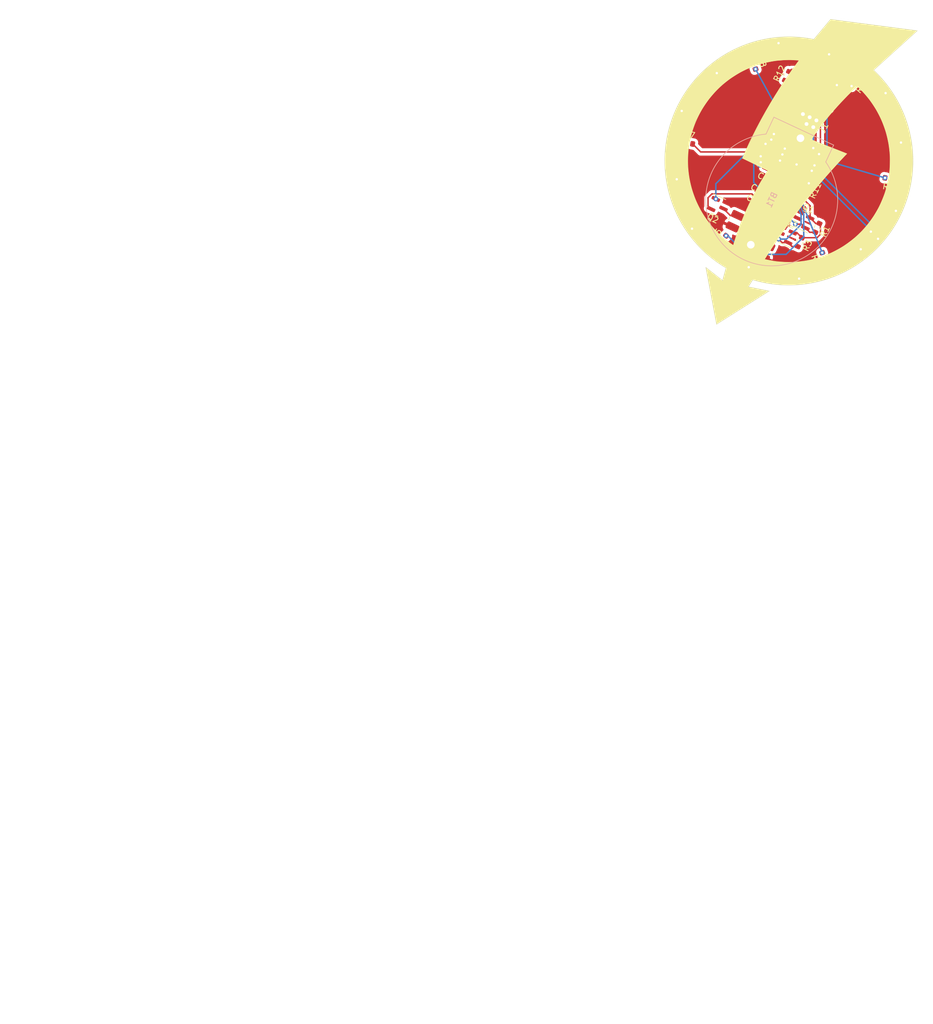
<source format=kicad_pcb>
(kicad_pcb (version 20241229) (generator "pcbnew") (generator_version "9.0")
  (layers (0 "F.Cu" signal) (2 "B.Cu" signal) (13 "F.Paste" user) (15 "B.Paste" user) (5 "F.SilkS" user "F.Silkscreen") (7 "B.SilkS" user "B.Silkscreen") (1 "F.Mask" user) (3 "B.Mask" user) (25 "Edge.Cuts" user))
  (net 0 "")
  (net 1 "GND")
  (net 2 "VCC")
  (net 3 "Net-(D1-BK)")
  (net 4 "Net-(D1-GK)")
  (net 5 "Net-(D1-RK)")
  (net 6 "/MPX2")
  (net 7 "Net-(D2-A)")
  (net 8 "/MPX1")
  (net 9 "Net-(D4-A)")
  (net 10 "Net-(D6-A)")
  (net 11 "Net-(D8-A)")
  (net 12 "Net-(D10-A)")
  (net 13 "Net-(D12-A)")
  (net 14 "/SWC")
  (net 15 "/nRST")
  (net 16 "/SWD")
  (net 17 "/B")
  (net 18 "/R")
  (net 19 "/G")
  (net 20 "/L1")
  (net 21 "/L2")
  (net 22 "/L3")
  (net 23 "/L4")
  (net 24 "/L5")
  (net 25 "/L6")
  (net 26 "Net-(U1-PB6{slash}PF4-BOOT0)")
  (net 27 "Net-(SW1A-A)")
  (footprint "Resistor_SMD:R_0603_1608Metric" (layer "F.Cu") (at 88.6317 47.363482 -10)
    (property "Reference" "R7" (at 0 -1.43 170) (layer "F.SilkS"))
    (property "Value" "1k")
    (pad "1" smd roundrect (at -0.825 0 350) (size 0.8 0.95) (layers "F.Cu" "F.Mask" "F.Paste") (net 11 "Net-(D8-A)"))
    (pad "2" smd roundrect (at 0.825 0 350) (size 0.8 0.95) (layers "F.Cu" "F.Mask" "F.Paste") (net 23 "/L4"))
  )
  (footprint "karifa:ProgConnector_5pin" (layer "F.Cu") (at 110.518725 43.502189 -115)
    (property "Reference" "J1" (at 0.635 -1.695 65) (layer "F.SilkS"))
    (property "Value" "Conn_2Rows-05Pins")
    (pad "1" thru_hole rect (at 0 0 245) (size 1 1) (drill 0.65) (layers "*.Cu" "*.Mask") (net 14 "/SWC"))
    (pad "2" thru_hole oval (at 1.27 0 245) (size 1 1) (drill 0.65) (layers "*.Cu" "*.Mask") (net 16 "/SWD"))
    (pad "3" thru_hole oval (at 0 1.27 245) (size 1 1) (drill 0.65) (layers "*.Cu" "*.Mask") (net 1 "GND"))
    (pad "4" thru_hole oval (at 1.27 1.27 245) (size 1 1) (drill 0.65) (layers "*.Cu" "*.Mask") (net 2 "VCC"))
    (pad "5" thru_hole oval (at 0 2.54 245) (size 1 1) (drill 0.65) (layers "*.Cu" "*.Mask") (net 15 "/nRST"))
  )
  (footprint "Resistor_SMD:R_0603_1608Metric" (layer "F.Cu") (at 105.2576 45.1104 155)
    (property "Reference" "R2" (at 0.681763 1.47574 155) (layer "F.SilkS"))
    (property "Value" "100k")
    (pad "1" smd roundrect (at -0.825 0 155) (size 0.8 0.95) (layers "F.Cu" "F.Mask" "F.Paste") (net 2 "VCC"))
    (pad "2" smd roundrect (at 0.825 0 155) (size 0.8 0.95) (layers "F.Cu" "F.Mask" "F.Paste") (net 18 "/R"))
  )
  (footprint "Resistor_SMD:R_0603_1608Metric" (layer "F.Cu") (at 107.696 64.2112 -115)
    (property "Reference" "R3" (at 0 -1.43 65) (layer "F.SilkS"))
    (property "Value" "100k")
    (pad "1" smd roundrect (at -0.825 0 245) (size 0.8 0.95) (layers "F.Cu" "F.Mask" "F.Paste") (net 2 "VCC"))
    (pad "2" smd roundrect (at 0.825 0 245) (size 0.8 0.95) (layers "F.Cu" "F.Mask" "F.Paste") (net 19 "/G"))
  )
  (footprint "Resistor_SMD:R_0603_1608Metric" (layer "F.Cu") (at 110.678993 61.793385 -115)
    (property "Reference" "R1" (at 0 -1.43 65) (layer "F.SilkS"))
    (property "Value" "100k")
    (pad "1" smd roundrect (at -0.825 0 245) (size 0.8 0.95) (layers "F.Cu" "F.Mask" "F.Paste") (net 2 "VCC"))
    (pad "2" smd roundrect (at 0.825 0 245) (size 0.8 0.95) (layers "F.Cu" "F.Mask" "F.Paste") (net 17 "/B"))
  )
  (footprint "LED_SMD:LED_0805_2012Metric" (layer "F.Cu") (at 121.525284 39.39413 -145)
    (property "Reference" "D13" (at 0 -1.65 35) (layer "F.SilkS"))
    (property "Value" "LED")
    (pad "1" smd roundrect (at -0.9375 0 215) (size 0.975 1.4) (layers "F.Cu" "F.Mask" "F.Paste") (net 8 "/MPX1"))
    (pad "2" smd roundrect (at 0.9375 0 215) (size 0.975 1.4) (layers "F.Cu" "F.Mask" "F.Paste") (net 13 "Net-(D12-A)"))
  )
  (footprint "LED_SMD:LED_0805_2012Metric" (layer "F.Cu") (at 123.196655 58.498156 155)
    (property "Reference" "D3" (at 0 -1.65 155) (layer "F.SilkS"))
    (property "Value" "LED")
    (pad "1" smd roundrect (at -0.937501 0 155) (size 0.975 1.4) (layers "F.Cu" "F.Mask" "F.Paste") (net 8 "/MPX1"))
    (pad "2" smd roundrect (at 0.937501 0 155) (size 0.975 1.4) (layers "F.Cu" "F.Mask" "F.Paste") (net 7 "Net-(D2-A)"))
  )
  (footprint "LED_SMD:LED_0805_2012Metric" (layer "F.Cu") (at 88.436145 42.289044 -25)
    (property "Reference" "D9" (at 0 -1.65 155) (layer "F.SilkS"))
    (property "Value" "LED")
    (pad "1" smd roundrect (at -0.937501 0 335) (size 0.975 1.4) (layers "F.Cu" "F.Mask" "F.Paste") (net 8 "/MPX1"))
    (pad "2" smd roundrect (at 0.937501 0 335) (size 0.975 1.4) (layers "F.Cu" "F.Mask" "F.Paste") (net 11 "Net-(D8-A)"))
  )
  (footprint "LED_SMD:LED_0805_2012Metric" (layer "F.Cu") (at 97.711844 67.773855 65)
    (property "Reference" "D6" (at 0 -1.65 65) (layer "F.SilkS"))
    (property "Value" "LED")
    (pad "1" smd roundrect (at -0.937501 0 65) (size 0.975 1.4) (layers "F.Cu" "F.Mask" "F.Paste") (net 6 "/MPX2"))
    (pad "2" smd roundrect (at 0.937501 0 65) (size 0.975 1.4) (layers "F.Cu" "F.Mask" "F.Paste") (net 10 "Net-(D6-A)"))
  )
  (footprint "Inductor_SMD:L_1008_2520Metric" (layer "F.Cu") (at 101.9048 65.786 -115)
    (property "Reference" "L3" (at 2.685361 -0.131174 155) (layer "F.SilkS"))
    (property "Value" "L")
    (pad "1" smd roundrect (at -1.075 0 245) (size 1.25 2.2) (layers "F.Cu" "F.Mask" "F.Paste") (roundrect_rratio 0.2) (net 4 "Net-(D1-GK)"))
    (pad "2" smd roundrect (at 1.075 0 245) (size 1.25 2.2) (layers "F.Cu" "F.Mask" "F.Paste") (roundrect_rratio 0.2) (net 1 "GND"))
  )
  (footprint "karifa:SOT-23" (layer "F.Cu") (at 105.243664 63.0428 -25)
    (property "Reference" "Q3" (at 0 -2.3 155) (layer "F.SilkS"))
    (property "Value" "AO3401A")
    (pad "1" smd roundrect (at 0.9375 0.95 155) (size 1.475 0.6) (layers "F.Cu" "F.Mask" "F.Paste") (net 19 "/G"))
    (pad "2" smd roundrect (at 0.9375 -0.95 155) (size 1.475 0.6) (layers "F.Cu" "F.Mask" "F.Paste") (net 2 "VCC"))
    (pad "3" smd roundrect (at -0.937501 0 155) (size 1.475 0.6) (layers "F.Cu" "F.Mask" "F.Paste") (net 4 "Net-(D1-GK)"))
  )
  (footprint "LED_SMD:LED_0805_2012Metric" (layer "F.Cu") (at 124.920426 48.722204 -175)
    (property "Reference" "D2" (at 0 -1.65 5) (layer "F.SilkS"))
    (property "Value" "LED")
    (pad "1" smd roundrect (at -0.937503 0 185) (size 0.975 1.4) (layers "F.Cu" "F.Mask" "F.Paste") (net 6 "/MPX2"))
    (pad "2" smd roundrect (at 0.937503 0 185) (size 0.975 1.4) (layers "F.Cu" "F.Mask" "F.Paste") (net 7 "Net-(D2-A)"))
  )
  (footprint "Resistor_SMD:R_0603_1608Metric" (layer "F.Cu") (at 108.9152 54.9656 65)
    (property "Reference" "R11" (at 0.186768 1.482353 65) (layer "F.SilkS"))
    (property "Value" "100k")
    (pad "1" smd roundrect (at -0.825 0 65) (size 0.8 0.95) (layers "F.Cu" "F.Mask" "F.Paste") (net 1 "GND"))
    (pad "2" smd roundrect (at 0.825 0 65) (size 0.8 0.95) (layers "F.Cu" "F.Mask" "F.Paste") (net 26 "Net-(U1-PB6{slash}PF4-BOOT0)"))
  )
  (footprint "Resistor_SMD:R_0603_1608Metric" (layer "F.Cu") (at 117.029813 37.029279 -130)
    (property "Reference" "R9" (at -0.000001 -1.43 50) (layer "F.SilkS"))
    (property "Value" "1k")
    (pad "1" smd roundrect (at -0.825 0 230) (size 0.8 0.95) (layers "F.Cu" "F.Mask" "F.Paste") (net 13 "Net-(D12-A)"))
    (pad "2" smd roundrect (at 0.825 0 230) (size 0.8 0.95) (layers "F.Cu" "F.Mask" "F.Paste") (net 25 "/L6"))
  )
  (footprint "Resistor_SMD:R_0603_1608Metric" (layer "F.Cu") (at 111.784587 66.791053 110)
    (property "Reference" "R5" (at 0 -1.43 110) (layer "F.SilkS"))
    (property "Value" "1k")
    (pad "1" smd roundrect (at -0.825 0 110) (size 0.8 0.95) (layers "F.Cu" "F.Mask" "F.Paste") (net 9 "Net-(D4-A)"))
    (pad "2" smd roundrect (at 0.825 0 110) (size 0.8 0.95) (layers "F.Cu" "F.Mask" "F.Paste") (net 21 "/L2"))
  )
  (footprint "Resistor_SMD:R_0603_1608Metric" (layer "F.Cu") (at 105.5116 35.9664 -115)
    (property "Reference" "R12" (at 0.141714 1.335208 65) (layer "F.SilkS"))
    (property "Value" "100k")
    (pad "1" smd roundrect (at -0.825 0 245) (size 0.8 0.95) (layers "F.Cu" "F.Mask" "F.Paste") (net 27 "Net-(SW1A-A)"))
    (pad "2" smd roundrect (at 0.825 0 245) (size 0.8 0.95) (layers "F.Cu" "F.Mask" "F.Paste") (net 2 "VCC"))
  )
  (footprint "LED_SMD:LED_0805_2012Metric" (layer "F.Cu") (at 104.147304 31.289574 -85)
    (property "Reference" "D11" (at 0 -1.65 95) (layer "F.SilkS"))
    (property "Value" "LED")
    (pad "1" smd roundrect (at -0.937503 0 275) (size 0.975 1.4) (layers "F.Cu" "F.Mask" "F.Paste") (net 8 "/MPX1"))
    (pad "2" smd roundrect (at 0.937503 0 275) (size 0.975 1.4) (layers "F.Cu" "F.Mask" "F.Paste") (net 12 "Net-(D10-A)"))
  )
  (footprint "Button_Switch_SMD:SW_SPST_TL3342" (layer "F.Cu") (at 110.337356 37.881137 -25)
    (property "Reference" "SW1" (at -0.036097 -0.077988 155) (layer "F.SilkS"))
    (property "Value" "SW_DPST_x2")
    (pad "1" smd rect (at -3.15 -1.9 335) (size 1.7 1) (layers "F.Cu" "F.Mask" "F.Paste") (net 27 "Net-(SW1A-A)"))
    (pad "1" smd rect (at 3.15 -1.9 335) (size 1.7 1) (layers "F.Cu" "F.Mask" "F.Paste") (net 27 "Net-(SW1A-A)"))
    (pad "2" smd rect (at -3.15 1.9 335) (size 1.7 1) (layers "F.Cu" "F.Mask" "F.Paste") (net 1 "GND"))
    (pad "2" smd rect (at 3.15 1.9 335) (size 1.7 1) (layers "F.Cu" "F.Mask" "F.Paste") (net 1 "GND"))
  )
  (footprint "LED_SMD:LED_0805_2012Metric" (layer "F.Cu") (at 94.81693 34.684716 -55)
    (property "Reference" "D10" (at 0 -1.65 125) (layer "F.SilkS"))
    (property "Value" "LED")
    (pad "1" smd roundrect (at -0.9375 0 305) (size 0.975 1.4) (layers "F.Cu" "F.Mask" "F.Paste") (net 6 "/MPX2"))
    (pad "2" smd roundrect (at 0.9375 0 305) (size 0.975 1.4) (layers "F.Cu" "F.Mask" "F.Paste") (net 12 "Net-(D10-A)"))
  )
  (footprint "Capacitor_SMD:C_0805_2012Metric" (layer "F.Cu") (at 102.0064 58.0136 -25)
    (property "Reference" "C3" (at -2.682259 0.017623 155) (layer "F.SilkS"))
    (property "Value" "10uF")
    (pad "1" smd roundrect (at -0.949999 0 335) (size 1 1.45) (layers "F.Cu" "F.Mask" "F.Paste") (net 2 "VCC"))
    (pad "2" smd roundrect (at 0.949999 0 335) (size 1 1.45) (layers "F.Cu" "F.Mask" "F.Paste") (net 1 "GND"))
  )
  (footprint "Resistor_SMD:R_0603_1608Metric" (layer "F.Cu") (at 94.602987 63.757921 50)
    (property "Reference" "R6" (at -0.000001 -1.43 50) (layer "F.SilkS"))
    (property "Value" "1k")
    (pad "1" smd roundrect (at -0.825 0 50) (size 0.8 0.95) (layers "F.Cu" "F.Mask" "F.Paste") (net 10 "Net-(D6-A)"))
    (pad "2" smd roundrect (at 0.825 0 50) (size 0.8 0.95) (layers "F.Cu" "F.Mask" "F.Paste") (net 22 "/L3"))
  )
  (footprint "Capacitor_SMD:C_0805_2012Metric" (layer "F.Cu") (at 103.7336 54.356 -25)
    (property "Reference" "C1" (at -2.587076 -0.138865 155) (layer "F.SilkS"))
    (property "Value" "100nF")
    (pad "1" smd roundrect (at -0.949999 0 335) (size 1 1.45) (layers "F.Cu" "F.Mask" "F.Paste") (net 2 "VCC"))
    (pad "2" smd roundrect (at 0.949999 0 335) (size 1 1.45) (layers "F.Cu" "F.Mask" "F.Paste") (net 1 "GND"))
  )
  (footprint "karifa:SOT-23" (layer "F.Cu") (at 93.841536 58.125395 155)
    (property "Reference" "Q2" (at 0 -2.3 155) (layer "F.SilkS"))
    (property "Value" "AO3401A")
    (pad "1" smd roundrect (at 0.9375 0.95 335) (size 1.475 0.6) (layers "F.Cu" "F.Mask" "F.Paste") (net 18 "/R"))
    (pad "2" smd roundrect (at 0.9375 -0.95 335) (size 1.475 0.6) (layers "F.Cu" "F.Mask" "F.Paste") (net 2 "VCC"))
    (pad "3" smd roundrect (at -0.937501 0 335) (size 1.475 0.6) (layers "F.Cu" "F.Mask" "F.Paste") (net 5 "Net-(D1-RK)"))
  )
  (footprint "Resistor_SMD:R_0603_1608Metric" (layer "F.Cu") (at 106.2228 40.0812 -25)
    (property "Reference" "R10" (at 0 -1.43 155) (layer "F.SilkS"))
    (property "Value" "100k")
    (pad "1" smd roundrect (at -0.825 0 335) (size 0.8 0.95) (layers "F.Cu" "F.Mask" "F.Paste") (net 2 "VCC"))
    (pad "2" smd roundrect (at 0.825 0 335) (size 0.8 0.95) (layers "F.Cu" "F.Mask" "F.Paste") (net 15 "/nRST"))
  )
  (footprint "karifa:TSSOP-20_4.4x6.5mm_P0.65mm" (layer "F.Cu") (at 105.8164 50.3936 -25)
    (property "Reference" "U1" (at -4.565823 -2.579256 155) (layer "F.SilkS"))
    (property "Value" "PY32F002AF15P6TU")
    (pad "1" smd roundrect (at 2.8625 2.925 155) (size 1.475 0.4) (layers "F.Cu" "F.Mask" "F.Paste") (net 1 "GND"))
    (pad "2" smd roundrect (at 2.8625 2.275 155) (size 1.475 0.4) (layers "F.Cu" "F.Mask" "F.Paste") (net 16 "/SWD"))
    (pad "3" smd roundrect (at 2.8625 1.625 155) (size 1.475 0.4) (layers "F.Cu" "F.Mask" "F.Paste") (net 14 "/SWC"))
    (pad "4" smd roundrect (at 2.8625 0.975 155) (size 1.475 0.4) (layers "F.Cu" "F.Mask" "F.Paste") (net 27 "Net-(SW1A-A)"))
    (pad "5" smd roundrect (at 2.8625 0.325 155) (size 1.475 0.4) (layers "F.Cu" "F.Mask" "F.Paste") (net 26 "Net-(U1-PB6{slash}PF4-BOOT0)"))
    (pad "6" smd roundrect (at 2.8625 -0.325 155) (size 1.475 0.4) (layers "F.Cu" "F.Mask" "F.Paste") (net 8 "/MPX1"))
    (pad "7" smd roundrect (at 2.8625 -0.975 155) (size 1.475 0.4) (layers "F.Cu" "F.Mask" "F.Paste") (net 6 "/MPX2"))
    (pad "8" smd roundrect (at 2.8625 -1.625 155) (size 1.475 0.4) (layers "F.Cu" "F.Mask" "F.Paste"))
    (pad "9" smd roundrect (at 2.862501 -2.275 155) (size 1.475 0.4) (layers "F.Cu" "F.Mask" "F.Paste"))
    (pad "10" smd roundrect (at 2.862499 -2.925 155) (size 1.475 0.4) (layers "F.Cu" "F.Mask" "F.Paste") (net 15 "/nRST"))
    (pad "11" smd roundrect (at -2.8625 -2.925 155) (size 1.475 0.4) (layers "F.Cu" "F.Mask" "F.Paste") (net 18 "/R"))
    (pad "12" smd roundrect (at -2.8625 -2.275 155) (size 1.475 0.4) (layers "F.Cu" "F.Mask" "F.Paste") (net 17 "/B"))
    (pad "13" smd roundrect (at -2.8625 -1.625 155) (size 1.475 0.4) (layers "F.Cu" "F.Mask" "F.Paste") (net 20 "/L1"))
    (pad "14" smd roundrect (at -2.8625 -0.975 155) (size 1.475 0.4) (layers "F.Cu" "F.Mask" "F.Paste") (net 19 "/G"))
    (pad "15" smd roundrect (at -2.8625 -0.325 155) (size 1.475 0.4) (layers "F.Cu" "F.Mask" "F.Paste") (net 21 "/L2"))
    (pad "16" smd roundrect (at -2.8625 0.325 155) (size 1.475 0.4) (layers "F.Cu" "F.Mask" "F.Paste") (net 22 "/L3"))
    (pad "17" smd roundrect (at -2.8625 0.975 155) (size 1.475 0.4) (layers "F.Cu" "F.Mask" "F.Paste") (net 23 "/L4"))
    (pad "18" smd roundrect (at -2.8625 1.625 155) (size 1.475 0.4) (layers "F.Cu" "F.Mask" "F.Paste") (net 24 "/L5"))
    (pad "19" smd roundrect (at -2.862501 2.275 155) (size 1.475 0.4) (layers "F.Cu" "F.Mask" "F.Paste") (net 25 "/L6"))
    (pad "20" smd roundrect (at -2.862499 2.925 155) (size 1.475 0.4) (layers "F.Cu" "F.Mask" "F.Paste") (net 2 "VCC"))
  )
  (footprint "LED_SMD:LED_0805_2012Metric" (layer "F.Cu") (at 116.81587 66.102484 125)
    (property "Reference" "D4" (at 0 -1.65 125) (layer "F.SilkS"))
    (property "Value" "LED")
    (pad "1" smd roundrect (at -0.9375 0 125) (size 0.975 1.4) (layers "F.Cu" "F.Mask" "F.Paste") (net 6 "/MPX2"))
    (pad "2" smd roundrect (at 0.9375 0 125) (size 0.975 1.4) (layers "F.Cu" "F.Mask" "F.Paste") (net 9 "Net-(D4-A)"))
  )
  (footprint "Inductor_SMD:L_1008_2520Metric" (layer "F.Cu") (at 96.6724 60.6552 -115)
    (property "Reference" "L2" (at 0 -2.05 65) (layer "F.SilkS"))
    (property "Value" "L")
    (pad "1" smd roundrect (at -1.075 0 245) (size 1.25 2.2) (layers "F.Cu" "F.Mask" "F.Paste") (roundrect_rratio 0.2) (net 5 "Net-(D1-RK)"))
    (pad "2" smd roundrect (at 1.075 0 245) (size 1.25 2.2) (layers "F.Cu" "F.Mask" "F.Paste") (roundrect_rratio 0.2) (net 1 "GND"))
  )
  (footprint "karifa:LED_RGB_Wuerth-PLCC4_3.2x2.8mm_150141M173100" (layer "F.Cu") (at 101.0412 61.3156 -25)
    (property "Reference" "D1" (at 0 2.4 155) (layer "F.SilkS"))
    (property "Value" "LED_ARGB")
    (pad "1" smd rect (at -1.55 0.7 155) (size 1.5 0.9) (layers "F.Cu" "F.Mask" "F.Paste") (net 1 "GND"))
    (pad "2" smd rect (at -1.55 -0.7 155) (size 1.5 0.9) (layers "F.Cu" "F.Mask" "F.Paste") (net 5 "Net-(D1-RK)"))
    (pad "3" smd rect (at 1.55 0.7 155) (size 1.5 0.9) (layers "F.Cu" "F.Mask" "F.Paste") (net 4 "Net-(D1-GK)"))
    (pad "4" smd rect (at 1.55 -0.7 155) (size 1.5 0.9) (layers "F.Cu" "F.Mask" "F.Paste") (net 3 "Net-(D1-BK)"))
  )
  (footprint "Inductor_SMD:L_1008_2520Metric" (layer "F.Cu") (at 105.5116 58.3184 65)
    (property "Reference" "L1" (at 2.541035 0.160334 155) (layer "F.SilkS"))
    (property "Value" "L")
    (pad "1" smd roundrect (at -1.075 0 65) (size 1.25 2.2) (layers "F.Cu" "F.Mask" "F.Paste") (roundrect_rratio 0.2) (net 3 "Net-(D1-BK)"))
    (pad "2" smd roundrect (at 1.075 0 65) (size 1.25 2.2) (layers "F.Cu" "F.Mask" "F.Paste") (roundrect_rratio 0.2) (net 1 "GND"))
  )
  (footprint "LED_SMD:LED_0805_2012Metric" (layer "F.Cu") (at 90.107516 61.39307 35)
    (property "Reference" "D7" (at 0 -1.65 35) (layer "F.SilkS"))
    (property "Value" "LED")
    (pad "1" smd roundrect (at -0.9375 0 35) (size 0.975 1.4) (layers "F.Cu" "F.Mask" "F.Paste") (net 8 "/MPX1"))
    (pad "2" smd roundrect (at 0.9375 0 35) (size 0.975 1.4) (layers "F.Cu" "F.Mask" "F.Paste") (net 10 "Net-(D6-A)"))
  )
  (footprint "LED_SMD:LED_0805_2012Metric" (layer "F.Cu") (at 86.712374 52.064996 5)
    (property "Reference" "D8" (at 0 -1.65 5) (layer "F.SilkS"))
    (property "Value" "LED")
    (pad "1" smd roundrect (at -0.937503 0 5) (size 0.975 1.4) (layers "F.Cu" "F.Mask" "F.Paste") (net 6 "/MPX2"))
    (pad "2" smd roundrect (at 0.937503 0 5) (size 0.975 1.4) (layers "F.Cu" "F.Mask" "F.Paste") (net 11 "Net-(D8-A)"))
  )
  (footprint "karifa:SOT-23" (layer "F.Cu") (at 108.190064 60.543405 -25)
    (property "Reference" "Q1" (at 0 -2.3 155) (layer "F.SilkS"))
    (property "Value" "AO3401A")
    (pad "1" smd roundrect (at 0.9375 0.95 155) (size 1.475 0.6) (layers "F.Cu" "F.Mask" "F.Paste") (net 17 "/B"))
    (pad "2" smd roundrect (at 0.9375 -0.95 155) (size 1.475 0.6) (layers "F.Cu" "F.Mask" "F.Paste") (net 2 "VCC"))
    (pad "3" smd roundrect (at -0.937501 0 155) (size 1.475 0.6) (layers "F.Cu" "F.Mask" "F.Paste") (net 3 "Net-(D1-BK)"))
  )
  (footprint "LED_SMD:LED_0805_2012Metric" (layer "F.Cu") (at 107.487796 69.497626 95)
    (property "Reference" "D5" (at 0 -1.65 95) (layer "F.SilkS"))
    (property "Value" "LED")
    (pad "1" smd roundrect (at -0.937503 0 95) (size 0.975 1.4) (layers "F.Cu" "F.Mask" "F.Paste") (net 8 "/MPX1"))
    (pad "2" smd roundrect (at 0.937503 0 95) (size 0.975 1.4) (layers "F.Cu" "F.Mask" "F.Paste") (net 9 "Net-(D4-A)"))
  )
  (footprint "Capacitor_SMD:C_0805_2012Metric" (layer "F.Cu") (at 102.87 56.1848 -25)
    (property "Reference" "C2" (at -2.798911 0.12807 155) (layer "F.SilkS"))
    (property "Value" "10uF")
    (pad "1" smd roundrect (at -0.949999 0 335) (size 1 1.45) (layers "F.Cu" "F.Mask" "F.Paste") (net 2 "VCC"))
    (pad "2" smd roundrect (at 0.949999 0 335) (size 1 1.45) (layers "F.Cu" "F.Mask" "F.Paste") (net 1 "GND"))
  )
  (footprint "Resistor_SMD:R_0603_1608Metric" (layer "F.Cu") (at 99.87385 33.996147 -70)
    (property "Reference" "R8" (at 0 -1.43 110) (layer "F.SilkS"))
    (property "Value" "1k")
    (pad "1" smd roundrect (at -0.825 0 290) (size 0.8 0.95) (layers "F.Cu" "F.Mask" "F.Paste") (net 12 "Net-(D10-A)"))
    (pad "2" smd roundrect (at 0.825 0 290) (size 0.8 0.95) (layers "F.Cu" "F.Mask" "F.Paste") (net 24 "/L5"))
  )
  (footprint "LED_SMD:LED_0805_2012Metric" (layer "F.Cu") (at 113.920956 33.013345 -115)
    (property "Reference" "D12" (at 0 -1.65 65) (layer "F.SilkS"))
    (property "Value" "LED")
    (pad "1" smd roundrect (at -0.937501 0 245) (size 0.975 1.4) (layers "F.Cu" "F.Mask" "F.Paste") (net 6 "/MPX2"))
    (pad "2" smd roundrect (at 0.937501 0 245) (size 0.975 1.4) (layers "F.Cu" "F.Mask" "F.Paste") (net 13 "Net-(D12-A)"))
  )
  (footprint "Resistor_SMD:R_0603_1608Metric" (layer "F.Cu") (at 123.0011 53.423718 170)
    (property "Reference" "R4" (at 0 -1.43 170) (layer "F.SilkS"))
    (property "Value" "1k")
    (pad "1" smd roundrect (at -0.825 0 170) (size 0.8 0.95) (layers "F.Cu" "F.Mask" "F.Paste") (net 7 "Net-(D2-A)"))
    (pad "2" smd roundrect (at 0.825 0 170) (size 0.8 0.95) (layers "F.Cu" "F.Mask" "F.Paste") (net 20 "/L1"))
  )
  (footprint "karifa:CR2032_Holder" (layer "B.Cu") (at 107.7976 46.5328 -115)
    (property "Reference" "BT1" (at 11.575387 0 65) (layer "B.SilkS") (effects (justify mirror)))
    (property "Value" "Battery")
    (pad "1" thru_hole rect (at 0 0 335) (size 2.1 2.1) (drill 1.3) (layers "*.Cu" "*.Mask") (net 2 "VCC"))
    (pad "2" thru_hole circle (at 20 0 335) (size 2.1 2.1) (drill 1.3) (layers "*.Cu" "*.Mask") (net 1 "GND"))
  )
  (gr_arc (start 124.0028 48.8696) (mid 123.787538 53.572581) (end 122.376366 58.064014) (stroke (width 0.25)) (layer "F.Cu") (net 7))
  (gr_line (start 113.9952 37.4904) (end 108.2548 34.798) (stroke (width 0.25)) (layer "F.Cu") (net 27))
  (gr_arc (start 116.316039 65.297966) (mid 112.081617 67.514628) (end 107.4166 68.5546) (stroke (width 0.25)) (layer "F.Cu") (net 9))
  (gr_arc (start 113.538 33.8836) (mid 117.537852 36.436137) (end 120.743312 39.934607) (stroke (width 0.25)) (layer "F.Cu") (net 13))
  (gr_arc (start 87.524829 51.968708) (mid 87.754451 47.102925) (end 89.2556 42.4688) (stroke (width 0.25)) (layer "F.Cu") (net 11))
  (gr_arc (start 95.311756 35.430887) (mid 99.549746 33.219219) (end 104.2162 32.1818) (stroke (width 0.25)) (layer "F.Cu") (net 12))
  (gr_arc (start 98.1456 66.9036) (mid 94.104187 64.330793) (end 90.873896 60.792775) (stroke (width 0.25)) (layer "F.Cu") (net 10))
  (gr_arc (start 104.069288 30.301818) (mid 114.336266 32.113994) (end 122.3264 38.8112) (stroke (width 0.2)) (layer "B.Cu") (net 8))
  (gr_arc (start 87.542419 41.92019) (mid 94.22698 33.918698) (end 104.01664 30.331249) (stroke (width 0.2)) (layer "B.Cu") (net 8))
  (gr_arc (start 120.9548 62.4332) (mid 119.569037 63.994633) (end 118.02306 65.397619) (stroke (width 0.2)) (layer "B.Cu") (net 6))
  (gr_arc (start 107.590562 70.41629) (mid 97.335362 68.617973) (end 89.355518 61.930286) (stroke (width 0.2)) (layer "B.Cu") (net 8))
  (gr_line (start 105.1306 48.2854) (end 122.1994 53.2892) (stroke (width 0.25)) (layer "B.Cu") (net 20))
  (gr_arc (start 99.013669 68.500116) (mid 90.851096 62.647691) (end 86.723765 53.491075) (stroke (width 0.2)) (layer "B.Cu") (net 6))
  (gr_arc (start 86.723765 53.491074) (mid 87.725337 43.549882) (end 93.554301 35.434857) (stroke (width 0.2)) (layer "B.Cu") (net 6))
  (gr_line (start 111.506 66.0146) (end 104.7242 49.3014) (stroke (width 0.25)) (layer "B.Cu") (net 21))
  (gr_arc (start 120.981564 63.587293) (mid 114.948429 68.300632) (end 107.590557 70.41629) (stroke (width 0.2)) (layer "B.Cu") (net 8))
  (gr_arc (start 124.1044 58.8772) (mid 122.723541 61.374082) (end 121.004009 63.651011) (stroke (width 0.2)) (layer "B.Cu") (net 8))
  (gr_arc (start 124.90462 47.26904) (mid 124.529183 55.287961) (end 120.930402 62.46381) (stroke (width 0.2)) (layer "B.Cu") (net 6))
  (gr_arc (start 89.355517 61.930286) (mid 85.792688 52.1562) (end 87.593219 41.91) (stroke (width 0.2)) (layer "B.Cu") (net 8))
  (gr_arc (start 122.344366 38.850259) (mid 125.898916 48.628681) (end 124.1044 58.877197) (stroke (width 0.2)) (layer "B.Cu") (net 8))
  (gr_arc (start 93.554301 35.434859) (mid 102.689081 31.305832) (end 112.663889 32.303964) (stroke (width 0.2)) (layer "B.Cu") (net 6))
  (gr_arc (start 112.663889 32.303964) (mid 120.788161 38.1474) (end 124.90462 47.26904) (stroke (width 0.2)) (layer "B.Cu") (net 6))
  (gr_arc (start 118.02306 65.397619) (mid 108.932004 69.483287) (end 99.013669 68.500118) (stroke (width 0.2)) (layer "B.Cu") (net 6))
  (gr_line (start 100.1522 34.7726) (end 105.156 43.8912) (stroke (width 0.25)) (layer "B.Cu") (net 24))
  (gr_line (start 93.5228 78.1812) (end 91.694 68.5292) (stroke (width 0.1)) (layer "F.SilkS"))
  (gr_arc (start 120.242475 34.951605) (mid 124.12084 60.953634) (end 99.6696 70.612) (stroke (width 0.1)) (layer "F.SilkS"))
  (gr_arc (start 95.141273 68.607087) (mid 86.109659 42.821692) (end 110.0836 29.718) (stroke (width 0.1)) (layer "F.SilkS"))
  (gr_line (start 98.9076 71.8312) (end 102.4636 72.5424) (stroke (width 0.1)) (layer "F.SilkS"))
  (gr_curve (pts (xy 96.378254 64.786771) (xy 98.4504 57.6072) (xy 102.2604 52.0192) (xy 102.2604 52.0192)) (stroke (width 0.1)) (layer "F.SilkS"))
  (gr_curve (pts (xy 101.665927 67.147339) (xy 108.3564 56.4388) (xy 115.6716 49.1744) (xy 115.6716 49.1744)) (stroke (width 0.1)) (layer "F.SilkS"))
  (gr_curve (pts (xy 97.9424 49.9364) (xy 101.9048 40.5384) (xy 107.5944 33.274) (xy 107.5944 33.274)) (stroke (width 0.1)) (layer "F.SilkS"))
  (gr_line (start 102.4636 72.5424) (end 93.5228 78.1812) (stroke (width 0.1)) (layer "F.SilkS"))
  (gr_curve (pts (xy 109.6264 46.7868) (xy 112.6744 42.0116) (xy 117.4496 37.642799) (xy 117.4496 37.6428)) (stroke (width 0.1)) (layer "F.SilkS"))
  (gr_arc (start 96.378254 64.786772) (mid 89.601186 44.622219) (end 107.5944 33.274) (stroke (width 0.1)) (layer "F.SilkS"))
  (gr_line (start 94.5388 70.7644) (end 95.141273 68.607087) (stroke (width 0.1)) (layer "F.SilkS"))
  (gr_line (start 112.9284 26.3144) (end 127.6604 28.2448) (stroke (width 0.1)) (layer "F.SilkS"))
  (gr_line (start 91.694 68.5292) (end 94.5388 70.7644) (stroke (width 0.1)) (layer "F.SilkS"))
  (gr_line (start 99.6696 70.612) (end 98.9076 71.8312) (stroke (width 0.1)) (layer "F.SilkS"))
  (gr_line (start 110.0836 29.718) (end 112.9284 26.3144) (stroke (width 0.1)) (layer "F.SilkS"))
  (gr_line (start 115.6716 49.1744) (end 109.6264 46.7868) (stroke (width 0.1)) (layer "F.SilkS"))
  (gr_arc (start 117.4496 37.6428) (mid 121.035706 58.535281) (end 101.665927 67.14734) (stroke (width 0.1)) (layer "F.SilkS"))
  (gr_line (start 127.6604 28.2448) (end 120.242475 34.951606) (stroke (width 0.1)) (layer "F.SilkS"))
  (gr_line (start 102.2604 52.0192) (end 97.9424 49.9364) (stroke (width 0.1)) (layer "F.SilkS"))
  (gr_line (start 112.9284 26.3144) (end 127.6604 28.2448) (stroke (width 0.05)) (layer "Edge.Cuts"))
  (gr_line (start 93.5228 78.1812) (end 102.4382 72.5424) (stroke (width 0.05)) (layer "Edge.Cuts"))
  (gr_line (start 102.4382 72.5424) (end 98.933 71.8312) (stroke (width 0.05)) (layer "Edge.Cuts"))
  (gr_line (start 91.694 68.5292) (end 94.5388 70.7644) (stroke (width 0.05)) (layer "Edge.Cuts"))
  (gr_line (start 93.5228 78.1812) (end 91.694 68.5292) (stroke (width 0.05)) (layer "Edge.Cuts"))
  (gr_arc (start 120.2436 34.9504) (mid 124.122268 60.954457) (end 99.66912 70.613577) (stroke (width 0.05)) (layer "Edge.Cuts"))
  (gr_arc (start 95.1484 68.6054) (mid 86.113431 42.825978) (end 110.082578 29.722953) (stroke (width 0.05)) (layer "Edge.Cuts"))
  (gr_line (start 98.933 71.8312) (end 99.6696 70.612) (stroke (width 0.05)) (layer "Edge.Cuts"))
  (gr_line (start 94.5388 70.7644) (end 95.1484 68.6054) (stroke (width 0.05)) (layer "Edge.Cuts"))
  (gr_line (start 127.6604 28.2448) (end 120.2436 34.950402) (stroke (width 0.05)) (layer "Edge.Cuts"))
  (gr_line (start 110.082578 29.722955) (end 112.9284 26.3144) (stroke (width 0.05)) (layer "Edge.Cuts"))
  (segment (start 108.56654 55.646287) (end 107.174548 54.254295) (width 0.25) (layer "F.Cu") (net 1))
  (segment (start 108.56654 55.713304) (end 108.56654 55.646287) (width 0.25) (layer "F.Cu") (net 1))
  (segment (start 111.193815 61.211843) (end 111.193815 62.888943) (width 0.25) (layer "F.Cu") (net 2))
  (segment (start 107.7976 46.5328) (end 106.3244 48.006) (width 0.25) (layer "F.Cu") (net 2))
  (segment (start 111.027653 61.045681) (end 111.193815 61.211843) (width 0.25) (layer "F.Cu") (net 2))
  (segment (start 110.408279 61.045681) (end 109.441215 60.078617) (width 0.25) (layer "F.Cu") (net 2))
  (segment (start 92.725974 56.00517) (end 99.538465 56.00517) (width 0.25) (layer "F.Cu") (net 2))
  (segment (start 102.923408 54.970513) (end 102.059808 55.834113) (width 0.25) (layer "F.Cu") (net 2))
  (segment (start 111.193815 62.888943) (end 110.619262 63.463496) (width 0.25) (layer "F.Cu") (net 2))
  (segment (start 102.923408 52.746641) (end 102.011573 51.834806) (width 0.25) (layer "F.Cu") (net 2))
  (segment (start 106.494815 62.578012) (end 107.159176 62.578012) (width 0.25) (layer "F.Cu") (net 2))
  (segment (start 102.059808 55.834113) (end 102.059808 56.799313) (width 0.25) (layer "F.Cu") (net 2))
  (segment (start 110.619262 63.463496) (end 108.04466 63.463496) (width 0.25) (layer "F.Cu") (net 2))
  (segment (start 107.007488 41.780288) (end 107.007488 43.00008) (width 0.25) (layer "F.Cu") (net 2))
  (segment (start 103.18644 53.640681) (end 105.05112 53.640681) (width 0.25) (layer "F.Cu") (net 2))
  (segment (start 102.923408 54.005313) (end 102.923408 54.970513) (width 0.25) (layer "F.Cu") (net 2))
  (segment (start 106.3244 49.4792) (end 102.923408 52.880192) (width 0.25) (layer "F.Cu") (net 2))
  (segment (start 102.059808 56.799313) (end 101.196208 57.662913) (width 0.25) (layer "F.Cu") (net 2))
  (segment (start 106.005304 45.45906) (end 106.72386 45.45906) (width 0.25) (layer "F.Cu") (net 2))
  (segment (start 108.830989 44.116475) (end 108.830989 45.499411) (width 0.25) (layer "F.Cu") (net 2))
  (segment (start 105.16294 39.420384) (end 105.475096 39.73254) (width 0.25) (layer "F.Cu") (net 2))
  (segment (start 92.06492 58.064718) (end 92.06492 56.666224) (width 0.25) (layer "F.Cu") (net 2))
  (segment (start 109.441215 58.030776) (end 109.441215 60.078617) (width 0.25) (layer "F.Cu") (net 2))
  (segment (start 111.027653 61.045681) (end 110.408279 61.045681) (width 0.25) (layer "F.Cu") (net 2))
  (segment (start 105.475096 39.73254) (end 105.475096 40.247896) (width 0.25) (layer "F.Cu") (net 2))
  (segment (start 108.123883 44.116475) (end 108.830989 44.116475) (width 0.25) (layer "F.Cu") (net 2))
  (segment (start 102.923408 52.880192) (end 102.923408 54.005313) (width 0.25) (layer "F.Cu") (net 2))
  (segment (start 99.538465 56.00517) (end 101.145408 57.612113) (width 0.25) (layer "F.Cu") (net 2))
  (segment (start 92.06492 56.666224) (end 92.725974 56.00517) (width 0.25) (layer "F.Cu") (net 2))
  (segment (start 107.007488 43.00008) (end 108.123883 44.116475) (width 0.25) (layer "F.Cu") (net 2))
  (segment (start 105.05112 53.640681) (end 109.441215 58.030776) (width 0.25) (layer "F.Cu") (net 2))
  (segment (start 105.16294 36.714104) (end 105.16294 39.420384) (width 0.25) (layer "F.Cu") (net 2))
  (segment (start 106.3244 48.006) (end 106.3244 49.4792) (width 0.25) (layer "F.Cu") (net 2))
  (segment (start 102.872608 53.954513) (end 103.18644 53.640681) (width 0.25) (layer "F.Cu") (net 2))
  (segment (start 102.923408 54.005313) (end 102.923408 52.746641) (width 0.25) (layer "F.Cu") (net 2))
  (segment (start 108.830989 45.499411) (end 107.7976 46.5328) (width 0.25) (layer "F.Cu") (net 2))
  (segment (start 106.72386 45.45906) (end 107.7976 46.5328) (width 0.25) (layer "F.Cu") (net 2))
  (segment (start 92.590385 58.590183) (end 92.06492 58.064718) (width 0.25) (layer "F.Cu") (net 2))
  (segment (start 107.159176 62.578012) (end 108.04466 63.463496) (width 0.25) (layer "F.Cu") (net 2))
  (segment (start 105.475096 40.247896) (end 107.007488 41.780288) (width 0.25) (layer "F.Cu") (net 2))
  (segment (start 103.013723 61.336243) (end 102.74181 61.336243) (width 0.25) (layer "F.Cu") (net 3))
  (segment (start 107.3404 60.1472) (end 106.485881 59.292681) (width 0.25) (layer "F.Cu") (net 3))
  (segment (start 106.485881 59.292681) (end 105.057285 59.292681) (width 0.25) (layer "F.Cu") (net 3))
  (segment (start 105.057285 59.292681) (end 103.013723 61.336243) (width 0.25) (layer "F.Cu") (net 3))
  (segment (start 102.1588 64.611404) (end 102.1588 62.61373) (width 0.25) (layer "F.Cu") (net 4))
  (segment (start 102.359115 64.811719) (end 102.1588 64.611404) (width 0.25) (layer "F.Cu") (net 4))
  (segment (start 102.191665 62.646595) (end 102.150144 62.605074) (width 0.25) (layer "F.Cu") (net 4))
  (segment (start 102.1588 62.61373) (end 102.150144 62.605074) (width 0.25) (layer "F.Cu") (net 4))
  (segment (start 104.394 62.646595) (end 102.191665 62.646595) (width 0.25) (layer "F.Cu") (net 4))
  (segment (start 94.6912 58.5216) (end 95.850519 59.680919) (width 0.25) (layer "F.Cu") (net 5))
  (segment (start 97.491396 60.0456) (end 99.912782 60.0456) (width 0.25) (layer "F.Cu") (net 5))
  (segment (start 95.850519 59.680919) (end 97.126715 59.680919) (width 0.25) (layer "F.Cu") (net 5))
  (segment (start 97.126715 59.680919) (end 97.491396 60.0456) (width 0.25) (layer "F.Cu") (net 5))
  (segment (start 99.912782 60.0456) (end 99.932256 60.026126) (width 0.25) (layer "F.Cu") (net 5))
  (segment (start 93.556026 35.454143) (end 93.556026 34.639937) (width 0.25) (layer "F.Cu") (net 6))
  (segment (start 109.622714 51.337119) (end 109.204102 50.918507) (width 0.25) (layer "F.Cu") (net 6))
  (segment (start 110.1852 51.1556) (end 110.003681 51.337119) (width 0.25) (layer "F.Cu") (net 6))
  (segment (start 86.739855 53.108119) (end 85.778441 52.146705) (width 0.25) (layer "F.Cu") (net 6))
  (segment (start 117.353598 66.870439) (end 117.353598 66.136002) (width 0.25) (layer "F.Cu") (net 6))
  (segment (start 124.911314 47.69745) (end 125.854359 48.640495) (width 0.25) (layer "F.Cu") (net 6))
  (segment (start 114.222842 32.258) (end 114.317161 32.163681) (width 0.25) (layer "F.Cu") (net 6))
  (segment (start 86.739855 53.518028) (end 86.739855 53.108119) (width 0.25) (layer "F.Cu") (net 6))
  (segment (start 93.556026 34.639937) (end 94.279202 33.916761) (width 0.25) (layer "F.Cu") (net 6))
  (segment (start 98.992253 68.488175) (end 97.450983 68.488175) (width 0.25) (layer "F.Cu") (net 6))
  (segment (start 110.003681 51.337119) (end 109.622714 51.337119) (width 0.25) (layer "F.Cu") (net 6))
  (segment (start 112.6744 32.258) (end 114.222842 32.258) (width 0.25) (layer "F.Cu") (net 6))
  (segment (start 97.450983 68.488175) (end 97.315639 68.623519) (width 0.25) (layer "F.Cu") (net 6))
  (segment (start 124.911314 47.272091) (end 124.911314 47.69745) (width 0.25) (layer "F.Cu") (net 6))
  (segment (start 117.353598 66.136002) (end 118.0592 65.4304) (width 0.25) (layer "F.Cu") (net 6))
  (via (at 110.1852 51.1556) (size 0.8) (drill 0.4) (layers "F.Cu" "B.Cu") (net 6))
  (via (at 86.739855 53.518028) (size 0.8) (drill 0.4) (layers "F.Cu" "B.Cu") (net 6))
  (via (at 124.911314 47.272091) (size 0.8) (drill 0.4) (layers "F.Cu" "B.Cu") (net 6))
  (via (at 118.0592 65.4304) (size 0.8) (drill 0.4) (layers "F.Cu" "B.Cu") (net 6))
  (via (at 93.556026 35.454143) (size 0.8) (drill 0.4) (layers "F.Cu" "B.Cu") (net 6))
  (via (at 112.6744 32.258) (size 0.8) (drill 0.4) (layers "F.Cu" "B.Cu") (net 6))
  (via (at 98.992253 68.488175) (size 0.8) (drill 0.4) (layers "F.Cu" "B.Cu") (net 6))
  (segment (start 110.1852 51.511701) (end 120.934053 62.260554) (width 0.25) (layer "B.Cu") (net 6))
  (segment (start 110.1852 51.1556) (end 110.1852 51.511701) (width 0.25) (layer "B.Cu") (net 6))
  (segment (start 121.0056 63.6524) (end 119.7864 62.4332) (width 0.25) (layer "F.Cu") (net 8))
  (segment (start 109.723805 52.075611) (end 109.678616 52.1208) (width 0.25) (layer "F.Cu") (net 8))
  (segment (start 109.678616 52.1208) (end 109.542593 52.1208) (width 0.25) (layer "F.Cu") (net 8))
  (segment (start 109.542593 52.1208) (end 108.9294 51.507607) (width 0.25) (layer "F.Cu") (net 8))
  (via (at 87.586481 41.892839) (size 0.8) (drill 0.4) (layers "F.Cu" "B.Cu") (net 8))
  (via (at 121.0056 63.6524) (size 0.8) (drill 0.4) (layers "F.Cu" "B.Cu") (net 8))
  (via (at 119.7864 62.4332) (size 0.8) (drill 0.4) (layers "F.Cu" "B.Cu") (net 8))
  (via (at 104.065595 30.355641) (size 0.8) (drill 0.4) (layers "F.Cu" "B.Cu") (net 8))
  (via (at 124.046319 58.894361) (size 0.8) (drill 0.4) (layers "F.Cu" "B.Cu") (net 8))
  (via (at 109.723805 52.075611) (size 0.8) (drill 0.4) (layers "F.Cu" "B.Cu") (net 8))
  (via (at 89.339561 61.930798) (size 0.8) (drill 0.4) (layers "F.Cu" "B.Cu") (net 8))
  (via (at 107.569505 70.431559) (size 0.8) (drill 0.4) (layers "F.Cu" "B.Cu") (net 8))
  (via (at 122.293239 38.856402) (size 0.8) (drill 0.4) (layers "F.Cu" "B.Cu") (net 8))
  (segment (start 109.723805 52.167405) (end 119.7864 62.23) (width 0.25) (layer "B.Cu") (net 8))
  (segment (start 119.7864 62.23) (end 119.7864 62.4332) (width 0.25) (layer "B.Cu") (net 8))
  (segment (start 109.723805 52.075611) (end 109.723805 52.167405) (width 0.25) (layer "B.Cu") (net 8))
  (segment (start 111.195 48.443505) (end 111.195 44.178464) (width 0.25) (layer "F.Cu") (net 14))
  (segment (start 110.12873 53.3338) (end 111.686373 51.776157) (width 0.25) (layer "F.Cu") (net 14))
  (segment (start 108.415497 53.274907) (end 108.47439 53.3338) (width 0.25) (layer "F.Cu") (net 14))
  (segment (start 111.195 44.178464) (end 110.518725 43.502189) (width 0.25) (layer "F.Cu") (net 14))
  (segment (start 111.686373 51.776157) (end 111.686373 48.934878) (width 0.25) (layer "F.Cu") (net 14))
  (segment (start 108.47439 53.3338) (end 110.12873 53.3338) (width 0.25) (layer "F.Cu") (net 14))
  (segment (start 111.686373 48.934878) (end 111.195 48.443505) (width 0.25) (layer "F.Cu") (net 14))
  (segment (start 108.105294 53.274907) (end 108.415497 53.274907) (width 0.25) (layer "F.Cu") (net 14))
  (segment (start 109.982 48.2092) (end 109.982 48.617258) (width 0.25) (layer "F.Cu") (net 15))
  (segment (start 106.970504 40.42986) (end 108.216703 41.676059) (width 0.25) (layer "F.Cu") (net 15))
  (segment (start 109.982 48.617258) (end 109.646864 48.952394) (width 0.25) (layer "F.Cu") (net 15))
  (segment (start 108.216703 41.676059) (end 108.216703 42.428739) (width 0.25) (layer "F.Cu") (net 15))
  (via (at 109.982 48.2092) (size 0.8) (drill 0.4) (layers "F.Cu" "B.Cu") (net 15))
  (segment (start 109.982 48.2092) (end 109.982 46.3296) (width 0.25) (layer "B.Cu") (net 15))
  (segment (start 107.716704 44.170331) (end 107.716704 42.928738) (width 0.25) (layer "B.Cu") (net 15))
  (segment (start 108.488848 44.942475) (end 107.716704 44.170331) (width 0.25) (layer "B.Cu") (net 15))
  (segment (start 108.594875 44.942475) (end 108.488848 44.942475) (width 0.25) (layer "B.Cu") (net 15))
  (segment (start 107.716704 42.928738) (end 108.216703 42.428739) (width 0.25) (layer "B.Cu") (net 15))
  (segment (start 109.982 46.3296) (end 108.594875 44.942475) (width 0.25) (layer "B.Cu") (net 15))
  (segment (start 109.982 44.6532) (end 109.5248 45.1104) (width 0.25) (layer "F.Cu") (net 16))
  (segment (start 107.266718 53.665195) (end 107.449249 53.665195) (width 0.25) (layer "F.Cu") (net 16))
  (segment (start 109.5248 45.1104) (end 109.5248 46.8884) (width 0.25) (layer "F.Cu") (net 16))
  (segment (start 109.518972 47.175708) (end 108.440508 48.254172) (width 0.25) (layer "F.Cu") (net 16))
  (segment (start 106.2228 50.21861) (end 106.2228 52.621277) (width 0.25) (layer "F.Cu") (net 16))
  (segment (start 106.2228 50.21861) (end 106.7754 49.66601) (width 0.25) (layer "F.Cu") (net 16))
  (segment (start 109.518972 46.894228) (end 109.518972 47.175708) (width 0.25) (layer "F.Cu") (net 16))
  (segment (start 106.2228 52.621277) (end 107.266718 53.665195) (width 0.25) (layer "F.Cu") (net 16))
  (segment (start 108.159028 48.254172) (end 106.7754 49.6378) (width 0.25) (layer "F.Cu") (net 16))
  (segment (start 106.7754 49.6378) (end 106.7754 49.66601) (width 0.25) (layer "F.Cu") (net 16))
  (segment (start 108.440508 48.254172) (end 108.159028 48.254172) (width 0.25) (layer "F.Cu") (net 16))
  (segment (start 109.5248 46.8884) (end 109.518972 46.894228) (width 0.25) (layer "F.Cu") (net 16))
  (segment (start 106.934 61.1632) (end 108.000838 61.1632) (width 0.25) (layer "F.Cu") (net 17))
  (segment (start 102.834125 46.778664) (end 103.657678 46.778664) (width 0.25) (layer "F.Cu") (net 17))
  (segment (start 108.000838 61.1632) (end 108.63824 61.800602) (width 0.25) (layer "F.Cu") (net 17))
  (segment (start 109.378727 62.541089) (end 108.63824 61.800602) (width 0.25) (layer "F.Cu") (net 17))
  (segment (start 103.657678 46.778664) (end 103.802207 46.923193) (width 0.25) (layer "F.Cu") (net 17))
  (segment (start 110.330333 62.541089) (end 109.378727 62.541089) (width 0.25) (layer "F.Cu") (net 17))
  (via (at 102.834125 46.778664) (size 0.8) (drill 0.4) (layers "F.Cu" "B.Cu") (net 17))
  (via (at 106.934 61.1632) (size 0.8) (drill 0.4) (layers "F.Cu" "B.Cu") (net 17))
  (segment (start 99.851549 54.080749) (end 99.851549 48.461861) (width 0.25) (layer "B.Cu") (net 17))
  (segment (start 102.760806 46.705345) (end 102.834125 46.778664) (width 0.25) (layer "B.Cu") (net 17))
  (segment (start 106.934 61.1632) (end 99.851549 54.080749) (width 0.25) (layer "B.Cu") (net 17))
  (segment (start 101.608065 46.705345) (end 102.760806 46.705345) (width 0.25) (layer "B.Cu") (net 17))
  (segment (start 99.851549 48.461861) (end 101.608065 46.705345) (width 0.25) (layer "B.Cu") (net 17))
  (segment (start 103.746947 45.8216) (end 104.458252 46.532905) (width 0.25) (layer "F.Cu") (net 18))
  (segment (start 103.2764 45.8216) (end 103.746947 45.8216) (width 0.25) (layer "F.Cu") (net 18))
  (segment (start 104.458252 46.532905) (end 104.458252 44.813384) (width 0.25) (layer "F.Cu") (net 18))
  (segment (start 104.458252 44.813384) (end 104.509896 44.76174) (width 0.25) (layer "F.Cu") (net 18))
  (via (at 103.2764 45.8216) (size 0.8) (drill 0.4) (layers "F.Cu" "B.Cu") (net 18))
  (via (at 93.39336 56.868198) (size 0.8) (drill 0.4) (layers "F.Cu" "B.Cu") (net 18))
  (segment (start 93.39336 56.868198) (end 93.39336 54.28224) (width 0.25) (layer "B.Cu") (net 18))
  (segment (start 93.39336 54.28224) (end 101.854 45.8216) (width 0.25) (layer "B.Cu") (net 18))
  (segment (start 101.854 45.8216) (end 103.2764 45.8216) (width 0.25) (layer "B.Cu") (net 18))
  (segment (start 103.066993 48.101393) (end 103.252804 48.101393) (width 0.25) (layer "F.Cu") (net 19))
  (segment (start 104.685997 64.299997) (end 105.69184 64.299997) (width 0.25) (layer "F.Cu") (net 19))
  (segment (start 107.34734 64.958904) (end 106.350747 64.958904) (width 0.25) (layer "F.Cu") (net 19))
  (segment (start 106.350747 64.958904) (end 105.69184 64.299997) (width 0.25) (layer "F.Cu") (net 19))
  (segment (start 102.3112 47.9552) (end 102.9208 47.9552) (width 0.25) (layer "F.Cu") (net 19))
  (segment (start 104.0892 63.7032) (end 104.685997 64.299997) (width 0.25) (layer "F.Cu") (net 19))
  (segment (start 102.9208 47.9552) (end 103.066993 48.101393) (width 0.25) (layer "F.Cu") (net 19))
  (segment (start 101.854 47.498) (end 102.3112 47.9552) (width 0.25) (layer "F.Cu") (net 19))
  (via (at 101.854 47.498) (size 0.8) (drill 0.4) (layers "F.Cu" "B.Cu") (net 19))
  (via (at 104.0892 63.7032) (size 0.8) (drill 0.4) (layers "F.Cu" "B.Cu") (net 19))
  (segment (start 100.302549 49.049451) (end 100.302549 50.910269) (width 0.25) (layer "B.Cu") (net 19))
  (segment (start 107.9054 61.21852) (end 105.42072 63.7032) (width 0.25) (layer "B.Cu") (net 19))
  (segment (start 104.601613 51.398236) (end 107.9054 59.540156) (width 0.25) (layer "B.Cu") (net 19))
  (segment (start 107.9054 59.540156) (end 107.9054 61.21852) (width 0.25) (layer "B.Cu") (net 19))
  (segment (start 100.302549 50.910269) (end 100.790516 51.398236) (width 0.25) (layer "B.Cu") (net 19))
  (segment (start 105.42072 63.7032) (end 104.0892 63.7032) (width 0.25) (layer "B.Cu") (net 19))
  (segment (start 101.854 47.498) (end 100.302549 49.049451) (width 0.25) (layer "B.Cu") (net 19))
  (segment (start 100.790516 51.398236) (end 104.601613 51.398236) (width 0.25) (layer "B.Cu") (net 19))
  (segment (start 105.134199 48.303107) (end 104.709019 48.303107) (width 0.25) (layer "F.Cu") (net 20))
  (segment (start 104.709019 48.303107) (end 104.315829 47.909917) (width 0.25) (layer "F.Cu") (net 20))
  (via (at 105.134199 48.303107) (size 0.8) (drill 0.4) (layers "F.Cu" "B.Cu") (net 20))
  (via (at 122.188634 53.280458) (size 0.8) (drill 0.4) (layers "F.Cu" "B.Cu") (net 20))
  (segment (start 103.979708 49.3014) (end 103.766425 49.088117) (width 0.25) (layer "F.Cu") (net 21))
  (segment (start 104.7242 49.3014) (end 103.979708 49.3014) (width 0.25) (layer "F.Cu") (net 21))
  (via (at 111.50242 66.015807) (size 0.8) (drill 0.4) (layers "F.Cu" "B.Cu") (net 21))
  (via (at 104.7242 49.3014) (size 0.8) (drill 0.4) (layers "F.Cu" "B.Cu") (net 21))
  (segment (start 104.3178 50.3428) (end 104.1654 50.1904) (width 0.25) (layer "F.Cu") (net 22))
  (segment (start 104.1654 50.1904) (end 104.004906 50.1904) (width 0.25) (layer "F.Cu") (net 22))
  (segment (start 104.004906 50.1904) (end 103.491723 49.677217) (width 0.25) (layer "F.Cu") (net 22))
  (via (at 104.3178 50.3428) (size 0.8) (drill 0.4) (layers "F.Cu" "B.Cu") (net 22))
  (via (at 95.133287 63.125934) (size 0.8) (drill 0.4) (layers "F.Cu" "B.Cu") (net 22))
  (segment (start 104.789707 50.662307) (end 108.3564 59.452136) (width 0.25) (layer "B.Cu") (net 22))
  (segment (start 95.434734 63.125934) (end 95.133287 63.125934) (width 0.25) (layer "B.Cu") (net 22))
  (segment (start 108.3564 59.452136) (end 108.3564 63.2968) (width 0.25) (layer "B.Cu") (net 22))
  (segment (start 108.3564 63.2968) (end 105.3592 66.294) (width 0.25) (layer "B.Cu") (net 22))
  (segment (start 105.3592 66.294) (end 98.6028 66.294) (width 0.25) (layer "B.Cu") (net 22))
  (segment (start 104.3178 50.3428) (end 104.4702 50.3428) (width 0.25) (layer "B.Cu") (net 22))
  (segment (start 104.4702 50.3428) (end 104.789707 50.662307) (width 0.25) (layer "B.Cu") (net 22))
  (segment (start 98.6028 66.294) (end 95.434734 63.125934) (width 0.25) (layer "B.Cu") (net 22))
  (segment (start 101.346 48.8696) (end 102.543905 50.067505) (width 0.25) (layer "F.Cu") (net 23))
  (segment (start 102.543905 50.067505) (end 102.810041 50.067505) (width 0.25) (layer "F.Cu") (net 23))
  (segment (start 90.807024 48.8696) (end 101.346 48.8696) (width 0.25) (layer "F.Cu") (net 23))
  (segment (start 89.444166 47.506742) (end 90.807024 48.8696) (width 0.25) (layer "F.Cu") (net 23))
  (segment (start 102.560976 50.656605) (end 102.320205 50.656605) (width 0.25) (layer "F.Cu") (net 24))
  (segment (start 101.273146 49.609546) (end 101.028549 49.609546) (width 0.25) (layer "F.Cu") (net 24))
  (segment (start 102.320205 50.656605) (end 101.273146 49.609546) (width 0.25) (layer "F.Cu") (net 24))
  (via (at 101.028549 49.609546) (size 0.8) (drill 0.4) (layers "F.Cu" "B.Cu") (net 24))
  (via (at 100.156017 34.771393) (size 0.8) (drill 0.4) (layers "F.Cu" "B.Cu") (net 24))
  (segment (start 105.156 45.482095) (end 105.156 43.8912) (width 0.25) (layer "B.Cu") (net 24))
  (segment (start 101.028549 49.609546) (end 105.156 45.482095) (width 0.25) (layer "B.Cu") (net 24))
  (segment (start 101.694494 51.046894) (end 101.904932 51.046894) (width 0.25) (layer "F.Cu") (net 25))
  (segment (start 101.0412 50.6222) (end 101.2698 50.6222) (width 0.25) (layer "F.Cu") (net 25))
  (segment (start 101.2698 50.6222) (end 101.694494 51.046894) (width 0.25) (layer "F.Cu") (net 25))
  (via (at 101.0412 50.6222) (size 0.8) (drill 0.4) (layers "F.Cu" "B.Cu") (net 25))
  (via (at 116.499513 37.661266) (size 0.8) (drill 0.4) (layers "F.Cu" "B.Cu") (net 25))
  (segment (start 115.261847 36.4236) (end 112.9792 36.4236) (width 0.25) (layer "B.Cu") (net 25))
  (segment (start 116.499513 37.661266) (end 115.261847 36.4236) (width 0.25) (layer "B.Cu") (net 25))
  (segment (start 107.188 42.2148) (end 107.188 44.4754) (width 0.25) (layer "B.Cu") (net 25))
  (segment (start 112.9792 36.4236) (end 107.188 42.2148) (width 0.25) (layer "B.Cu") (net 25))
  (segment (start 107.188 44.4754) (end 101.0412 50.6222) (width 0.25) (layer "B.Cu") (net 25))
  (segment (start 108.031895 51.897895) (end 107.1372 51.0032) (width 0.25) (layer "F.Cu") (net 26))
  (segment (start 108.273355 51.897895) (end 108.031895 51.897895) (width 0.25) (layer "F.Cu") (net 26))
  (via (at 107.1372 51.0032) (size 0.8) (drill 0.4) (layers "F.Cu" "B.Cu") (net 26))
  (via (at 109.22 54.2036) (size 0.8) (drill 0.4) (layers "F.Cu" "B.Cu") (net 26))
  (segment (start 109.22 53.086) (end 109.22 54.2036) (width 0.25) (layer "B.Cu") (net 26))
  (segment (start 107.1372 51.0032) (end 109.22 53.086) (width 0.25) (layer "B.Cu") (net 26))
  (segment (start 110.9472 51.87752) (end 109.94192 52.8828) (width 0.25) (layer "F.Cu") (net 27))
  (segment (start 110.9472 49.248771) (end 110.9472 51.87752) (width 0.25) (layer "F.Cu") (net 27))
  (segment (start 106.251051 34.827905) (end 108.285461 34.827905) (width 0.25) (layer "F.Cu") (net 27))
  (segment (start 110.960373 49.235598) (end 110.9472 49.248771) (width 0.25) (layer "F.Cu") (net 27))
  (segment (start 108.265395 52.486995) (end 107.998653 52.486995) (width 0.25) (layer "F.Cu") (net 27))
  (segment (start 105.86026 35.218696) (end 106.251051 34.827905) (width 0.25) (layer "F.Cu") (net 27))
  (segment (start 109.94192 52.8828) (end 108.6612 52.8828) (width 0.25) (layer "F.Cu") (net 27))
  (segment (start 108.6612 52.8828) (end 108.265395 52.486995) (width 0.25) (layer "F.Cu") (net 27))
  (via (at 113.9952 37.4904) (size 0.8) (drill 0.4) (layers "F.Cu" "B.Cu") (net 27))
  (via (at 110.960373 49.235598) (size 0.8) (drill 0.4) (layers "F.Cu" "B.Cu") (net 27))
  (segment (start 113.9952 37.4904) (end 112.3188 39.1668) (width 0.25) (layer "B.Cu") (net 27))
  (segment (start 112.3188 39.1668) (end 112.3188 47.877171) (width 0.25) (layer "B.Cu") (net 27))
  (segment (start 112.3188 47.877171) (end 110.960373 49.235598) (width 0.25) (layer "B.Cu") (net 27))
  (zone (net 1) (net_name "GND") (layer "F.Cu") (connect_pads (clearance 0.5)) (min_thickness 0.25) (fill yes (thermal_gap 0.5) (thermal_bridge_width 0.5) (island_removal_mode 1) (island_area_min 9.999999))
    (polygon (pts (xy 129.2352 26.7716) (xy 128.9304 82.9564) (xy 66.9036 81.1276) (xy 81.6864 23.0124)))
  )
  (zone (net 0) (net_name "") (layer "F.SilkS") (connect_pads (clearance 0.5)) (min_thickness 0.25) (fill yes (thermal_gap 0.5) (thermal_bridge_width 0.5))
    (polygon (pts (xy 117.4496 37.642801) (xy 114.8588 40.2336) (xy 112.5728 42.7736) (xy 110.5408 45.4152) (xy 109.6264 46.7868) (xy 115.6716 49.1744) (xy 111.8616 53.34) (xy 109.4232 56.2356) (xy 106.426 60.1472) (xy 104.5464 62.7888) (xy 102.9208 65.1764) (xy 101.665927 67.147339) (xy 96.3676 64.77) (xy 97.4852 61.468) (xy 99.0092 57.8612) (xy 100.5332 54.9148) (xy 101.346 53.4924) (xy 102.2604 52.0192) (xy 97.9424 49.9364) (xy 98.9076 47.8028) (xy 99.8728 45.8216) (xy 101.092 43.434) (xy 102.6668 40.64) (xy 104.2924 37.9984) (xy 106.426 34.8488) (xy 107.594402 33.274)))
  )
  (zone (net 0) (net_name "") (layer "F.SilkS") (connect_pads (clearance 0.5)) (min_thickness 0.25) (fill yes (thermal_gap 0.5) (thermal_bridge_width 0.5))
    (polygon (pts (xy 99.6696 70.612) (xy 95.141273 68.607087) (xy 94.5388 70.7644) (xy 91.694 68.5292) (xy 93.5228 78.1812) (xy 102.4636 72.5424) (xy 98.9076 71.8312)))
  )
  (zone (net 0) (net_name "") (layer "F.SilkS") (connect_pads (clearance 0.5)) (min_thickness 0.25) (fill yes (thermal_gap 0.5) (thermal_bridge_width 0.5))
    (polygon (pts (xy 110.0836 29.718) (xy 120.242474 34.951605) (xy 127.6604 28.2448) (xy 112.9284 26.3144)))
  )
  (zone (net 0) (net_name "") (layer "F.SilkS") (connect_pads (clearance 0.5)) (min_thickness 0.25) (fill yes (thermal_gap 0.5) (thermal_bridge_width 0.5))
    (polygon (pts (xy 120.2436 34.9504) (xy 117.4496 37.6428) (xy 107.594402 33.274) (xy 105.8418 33.1724) (xy 103.4542 33.3502) (xy 101.0666 33.8328) (xy 99.3648 34.4424) (xy 97.5868 35.2806) (xy 95.8088 36.3982) (xy 94.4372 37.4396) (xy 93.5228 38.3286) (xy 92.2528 39.8018) (xy 91.0082 41.6052) (xy 89.916 43.688) (xy 89.601186 44.62222) (xy 89.1794 45.974) (xy 88.8492 47.5742) (xy 88.646 48.7426) (xy 88.6206 50.9016) (xy 88.6206 51.5366) (xy 88.8746 53.467) (xy 89.2556 55.0672) (xy 89.916 57.023) (xy 90.7542 58.7756) (xy 91.6178 60.1472) (xy 92.71 61.5696) (xy 94.2086 63.1444) (xy 95.7834 64.3636) (xy 96.378255 64.786772) (xy 101.6762 67.1322) (xy 99.6696 70.612) (xy 95.141273 68.607087) (xy 93.1418 67.31) (xy 91.567 65.9638) (xy 89.789 64.1604) (xy 88.2904 62.1538) (xy 87.2744 60.5282) (xy 86.4362 58.7756) (xy 85.7504 56.9722) (xy 85.344 55.5244) (xy 84.963 53.6956) (xy 84.7598 51.9176) (xy 84.709 50.3174) (xy 84.7344 48.8188) (xy 85.1662 45.8978) (xy 85.7504 43.8404) (xy 86.5886 41.6052) (xy 87.9094 39.2176) (xy 89.1286 37.4904) (xy 90.551 35.814) (xy 92.3544 34.1376) (xy 94.0562 32.8676) (xy 96.266 31.5468) (xy 98.3742 30.6324) (xy 100.6602 29.9212) (xy 102.6922 29.5148) (xy 104.9528 29.3116) (xy 106.122904 29.284468) (xy 107.569 29.3624) (xy 109.2708 29.5656) (xy 110.0836 29.718)))
  )
  (zone (net 0) (net_name "") (layer "F.SilkS") (connect_pads (clearance 0.5)) (min_thickness 0.25) (fill yes (thermal_gap 0.5) (thermal_bridge_width 0.5))
    (polygon (pts (xy 110.0836 29.718) (xy 120.2436 34.9504) (xy 121.6914 36.449) (xy 123.0884 38.227) (xy 124.4092 40.3606) (xy 125.5522 42.799) (xy 126.2634 44.9834) (xy 126.6952 47.0662) (xy 126.873 48.8188) (xy 126.9238 50.165) (xy 126.8984 52.2224) (xy 126.619 54.1782) (xy 126.2126 55.9562) (xy 125.603 57.8104) (xy 124.8918 59.4614) (xy 123.9266 61.2648) (xy 122.9868 62.7126) (xy 121.9454 64.0334) (xy 120.5992 65.5066) (xy 118.7196 67.1322) (xy 117.4242 68.0466) (xy 116.0018 68.9356) (xy 114.1476 69.8246) (xy 112.141 70.5612) (xy 109.7788 71.1708) (xy 106.8832 71.5264) (xy 104.3178 71.501) (xy 101.9302 71.1962) (xy 99.6696 70.612) (xy 95.141273 68.607087) (xy 96.378254 64.7446) (xy 101.6762 67.1322) (xy 103.632 67.5386) (xy 106.3244 67.6656) (xy 108.712 67.437) (xy 110.6678 66.9798) (xy 112.9538 66.1162) (xy 115.1128 64.9478) (xy 117.0686 63.5) (xy 118.364 62.2808) (xy 119.2276 61.2648) (xy 120.2436 59.8678) (xy 121.1834 58.2676) (xy 122.1994 55.88) (xy 122.809 53.594) (xy 123.0122 51.8414) (xy 123.063 49.53) (xy 122.8598 47.625) (xy 122.3772 45.466) (xy 121.5898 43.3578) (xy 120.7262 41.7068) (xy 119.5832 39.9542) (xy 118.1862 38.354) (xy 117.4496 37.6428) (xy 107.5944 33.274)))
  )
)
</source>
